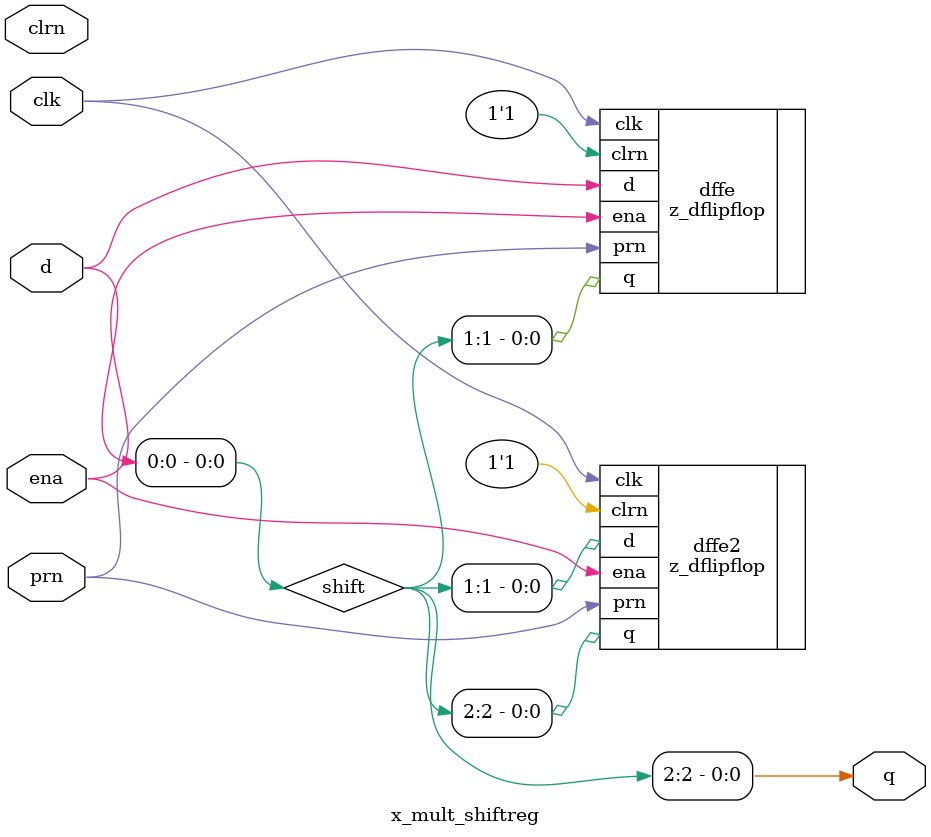
<source format=v>
module x_mult_shiftreg(d, clk, clrn, prn, ena, q);
   
   //Inputs
   input d;
	input clk, ena, clrn, prn;

   //Output
   output q;
	
	wire [3:0] shift;
	assign shift[0] = d;
	
	z_dflipflop dffe(.d(shift[0]), .q(shift[1]), .clk(clk), .ena(ena), .clrn(1'b1), .prn(prn));
	z_dflipflop dffe2(.d(shift[1]), .q(shift[2]), .clk(clk), .ena(ena), .clrn(1'b1), .prn(prn));
	
	/*genvar i;
	generate
		for (i=1; i<3; i=i+1) begin: loop1
			z_dflipflop dffe(.d(shift[i]), .q(shift[i+1]), .clk(clk), .ena(ena), .clrn(clrn), .prn(prn));
		end
	endgenerate*/

	assign q = shift[2];
   
endmodule
</source>
